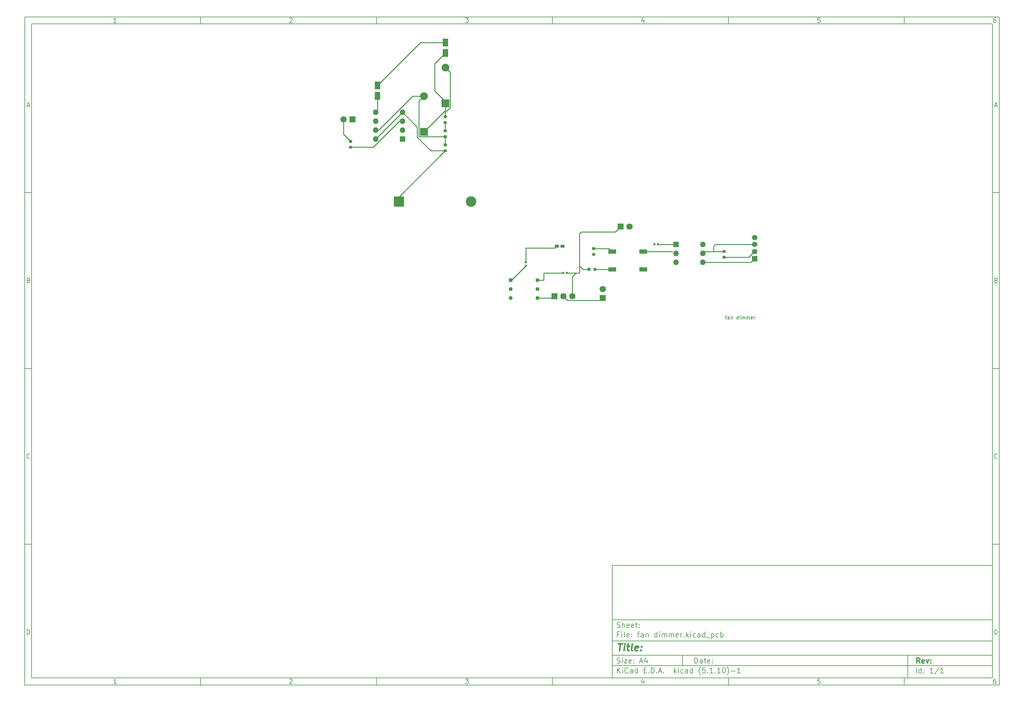
<source format=gtl>
%TF.GenerationSoftware,KiCad,Pcbnew,(5.1.10)-1*%
%TF.CreationDate,2021-11-11T09:46:56+05:30*%
%TF.ProjectId,fan dimmer,66616e20-6469-46d6-9d65-722e6b696361,rev?*%
%TF.SameCoordinates,Original*%
%TF.FileFunction,Copper,L1,Top*%
%TF.FilePolarity,Positive*%
%FSLAX46Y46*%
G04 Gerber Fmt 4.6, Leading zero omitted, Abs format (unit mm)*
G04 Created by KiCad (PCBNEW (5.1.10)-1) date 2021-11-11 09:46:56*
%MOMM*%
%LPD*%
G01*
G04 APERTURE LIST*
%ADD10C,0.100000*%
%ADD11C,0.150000*%
%ADD12C,0.300000*%
%ADD13C,0.400000*%
%TA.AperFunction,NonConductor*%
%ADD14C,0.150000*%
%TD*%
%TA.AperFunction,ComponentPad*%
%ADD15R,3.000000X3.000000*%
%TD*%
%TA.AperFunction,ComponentPad*%
%ADD16C,3.000000*%
%TD*%
%TA.AperFunction,SMDPad,CuDef*%
%ADD17R,1.600000X2.200000*%
%TD*%
%TA.AperFunction,ComponentPad*%
%ADD18O,1.600000X1.600000*%
%TD*%
%TA.AperFunction,ComponentPad*%
%ADD19R,1.600000X1.600000*%
%TD*%
%TA.AperFunction,ComponentPad*%
%ADD20C,1.800000*%
%TD*%
%TA.AperFunction,ComponentPad*%
%ADD21R,1.800000X1.800000*%
%TD*%
%TA.AperFunction,ComponentPad*%
%ADD22O,2.200000X2.200000*%
%TD*%
%TA.AperFunction,ComponentPad*%
%ADD23R,2.200000X2.200000*%
%TD*%
%TA.AperFunction,SMDPad,CuDef*%
%ADD24R,2.235200X1.244600*%
%TD*%
%TA.AperFunction,ComponentPad*%
%ADD25C,1.130000*%
%TD*%
%TA.AperFunction,ComponentPad*%
%ADD26R,1.130000X1.130000*%
%TD*%
%TA.AperFunction,ComponentPad*%
%ADD27C,1.790000*%
%TD*%
%TA.AperFunction,ComponentPad*%
%ADD28R,1.790000X1.790000*%
%TD*%
%TA.AperFunction,ComponentPad*%
%ADD29C,1.524000*%
%TD*%
%TA.AperFunction,ComponentPad*%
%ADD30R,1.524000X1.524000*%
%TD*%
%TA.AperFunction,Conductor*%
%ADD31C,0.250000*%
%TD*%
G04 APERTURE END LIST*
D10*
D11*
X177002200Y-166007200D02*
X177002200Y-198007200D01*
X285002200Y-198007200D01*
X285002200Y-166007200D01*
X177002200Y-166007200D01*
D10*
D11*
X10000000Y-10000000D02*
X10000000Y-200007200D01*
X287002200Y-200007200D01*
X287002200Y-10000000D01*
X10000000Y-10000000D01*
D10*
D11*
X12000000Y-12000000D02*
X12000000Y-198007200D01*
X285002200Y-198007200D01*
X285002200Y-12000000D01*
X12000000Y-12000000D01*
D10*
D11*
X60000000Y-12000000D02*
X60000000Y-10000000D01*
D10*
D11*
X110000000Y-12000000D02*
X110000000Y-10000000D01*
D10*
D11*
X160000000Y-12000000D02*
X160000000Y-10000000D01*
D10*
D11*
X210000000Y-12000000D02*
X210000000Y-10000000D01*
D10*
D11*
X260000000Y-12000000D02*
X260000000Y-10000000D01*
D10*
D11*
X36065476Y-11588095D02*
X35322619Y-11588095D01*
X35694047Y-11588095D02*
X35694047Y-10288095D01*
X35570238Y-10473809D01*
X35446428Y-10597619D01*
X35322619Y-10659523D01*
D10*
D11*
X85322619Y-10411904D02*
X85384523Y-10350000D01*
X85508333Y-10288095D01*
X85817857Y-10288095D01*
X85941666Y-10350000D01*
X86003571Y-10411904D01*
X86065476Y-10535714D01*
X86065476Y-10659523D01*
X86003571Y-10845238D01*
X85260714Y-11588095D01*
X86065476Y-11588095D01*
D10*
D11*
X135260714Y-10288095D02*
X136065476Y-10288095D01*
X135632142Y-10783333D01*
X135817857Y-10783333D01*
X135941666Y-10845238D01*
X136003571Y-10907142D01*
X136065476Y-11030952D01*
X136065476Y-11340476D01*
X136003571Y-11464285D01*
X135941666Y-11526190D01*
X135817857Y-11588095D01*
X135446428Y-11588095D01*
X135322619Y-11526190D01*
X135260714Y-11464285D01*
D10*
D11*
X185941666Y-10721428D02*
X185941666Y-11588095D01*
X185632142Y-10226190D02*
X185322619Y-11154761D01*
X186127380Y-11154761D01*
D10*
D11*
X236003571Y-10288095D02*
X235384523Y-10288095D01*
X235322619Y-10907142D01*
X235384523Y-10845238D01*
X235508333Y-10783333D01*
X235817857Y-10783333D01*
X235941666Y-10845238D01*
X236003571Y-10907142D01*
X236065476Y-11030952D01*
X236065476Y-11340476D01*
X236003571Y-11464285D01*
X235941666Y-11526190D01*
X235817857Y-11588095D01*
X235508333Y-11588095D01*
X235384523Y-11526190D01*
X235322619Y-11464285D01*
D10*
D11*
X285941666Y-10288095D02*
X285694047Y-10288095D01*
X285570238Y-10350000D01*
X285508333Y-10411904D01*
X285384523Y-10597619D01*
X285322619Y-10845238D01*
X285322619Y-11340476D01*
X285384523Y-11464285D01*
X285446428Y-11526190D01*
X285570238Y-11588095D01*
X285817857Y-11588095D01*
X285941666Y-11526190D01*
X286003571Y-11464285D01*
X286065476Y-11340476D01*
X286065476Y-11030952D01*
X286003571Y-10907142D01*
X285941666Y-10845238D01*
X285817857Y-10783333D01*
X285570238Y-10783333D01*
X285446428Y-10845238D01*
X285384523Y-10907142D01*
X285322619Y-11030952D01*
D10*
D11*
X60000000Y-198007200D02*
X60000000Y-200007200D01*
D10*
D11*
X110000000Y-198007200D02*
X110000000Y-200007200D01*
D10*
D11*
X160000000Y-198007200D02*
X160000000Y-200007200D01*
D10*
D11*
X210000000Y-198007200D02*
X210000000Y-200007200D01*
D10*
D11*
X260000000Y-198007200D02*
X260000000Y-200007200D01*
D10*
D11*
X36065476Y-199595295D02*
X35322619Y-199595295D01*
X35694047Y-199595295D02*
X35694047Y-198295295D01*
X35570238Y-198481009D01*
X35446428Y-198604819D01*
X35322619Y-198666723D01*
D10*
D11*
X85322619Y-198419104D02*
X85384523Y-198357200D01*
X85508333Y-198295295D01*
X85817857Y-198295295D01*
X85941666Y-198357200D01*
X86003571Y-198419104D01*
X86065476Y-198542914D01*
X86065476Y-198666723D01*
X86003571Y-198852438D01*
X85260714Y-199595295D01*
X86065476Y-199595295D01*
D10*
D11*
X135260714Y-198295295D02*
X136065476Y-198295295D01*
X135632142Y-198790533D01*
X135817857Y-198790533D01*
X135941666Y-198852438D01*
X136003571Y-198914342D01*
X136065476Y-199038152D01*
X136065476Y-199347676D01*
X136003571Y-199471485D01*
X135941666Y-199533390D01*
X135817857Y-199595295D01*
X135446428Y-199595295D01*
X135322619Y-199533390D01*
X135260714Y-199471485D01*
D10*
D11*
X185941666Y-198728628D02*
X185941666Y-199595295D01*
X185632142Y-198233390D02*
X185322619Y-199161961D01*
X186127380Y-199161961D01*
D10*
D11*
X236003571Y-198295295D02*
X235384523Y-198295295D01*
X235322619Y-198914342D01*
X235384523Y-198852438D01*
X235508333Y-198790533D01*
X235817857Y-198790533D01*
X235941666Y-198852438D01*
X236003571Y-198914342D01*
X236065476Y-199038152D01*
X236065476Y-199347676D01*
X236003571Y-199471485D01*
X235941666Y-199533390D01*
X235817857Y-199595295D01*
X235508333Y-199595295D01*
X235384523Y-199533390D01*
X235322619Y-199471485D01*
D10*
D11*
X285941666Y-198295295D02*
X285694047Y-198295295D01*
X285570238Y-198357200D01*
X285508333Y-198419104D01*
X285384523Y-198604819D01*
X285322619Y-198852438D01*
X285322619Y-199347676D01*
X285384523Y-199471485D01*
X285446428Y-199533390D01*
X285570238Y-199595295D01*
X285817857Y-199595295D01*
X285941666Y-199533390D01*
X286003571Y-199471485D01*
X286065476Y-199347676D01*
X286065476Y-199038152D01*
X286003571Y-198914342D01*
X285941666Y-198852438D01*
X285817857Y-198790533D01*
X285570238Y-198790533D01*
X285446428Y-198852438D01*
X285384523Y-198914342D01*
X285322619Y-199038152D01*
D10*
D11*
X10000000Y-60000000D02*
X12000000Y-60000000D01*
D10*
D11*
X10000000Y-110000000D02*
X12000000Y-110000000D01*
D10*
D11*
X10000000Y-160000000D02*
X12000000Y-160000000D01*
D10*
D11*
X10690476Y-35216666D02*
X11309523Y-35216666D01*
X10566666Y-35588095D02*
X11000000Y-34288095D01*
X11433333Y-35588095D01*
D10*
D11*
X11092857Y-84907142D02*
X11278571Y-84969047D01*
X11340476Y-85030952D01*
X11402380Y-85154761D01*
X11402380Y-85340476D01*
X11340476Y-85464285D01*
X11278571Y-85526190D01*
X11154761Y-85588095D01*
X10659523Y-85588095D01*
X10659523Y-84288095D01*
X11092857Y-84288095D01*
X11216666Y-84350000D01*
X11278571Y-84411904D01*
X11340476Y-84535714D01*
X11340476Y-84659523D01*
X11278571Y-84783333D01*
X11216666Y-84845238D01*
X11092857Y-84907142D01*
X10659523Y-84907142D01*
D10*
D11*
X11402380Y-135464285D02*
X11340476Y-135526190D01*
X11154761Y-135588095D01*
X11030952Y-135588095D01*
X10845238Y-135526190D01*
X10721428Y-135402380D01*
X10659523Y-135278571D01*
X10597619Y-135030952D01*
X10597619Y-134845238D01*
X10659523Y-134597619D01*
X10721428Y-134473809D01*
X10845238Y-134350000D01*
X11030952Y-134288095D01*
X11154761Y-134288095D01*
X11340476Y-134350000D01*
X11402380Y-134411904D01*
D10*
D11*
X10659523Y-185588095D02*
X10659523Y-184288095D01*
X10969047Y-184288095D01*
X11154761Y-184350000D01*
X11278571Y-184473809D01*
X11340476Y-184597619D01*
X11402380Y-184845238D01*
X11402380Y-185030952D01*
X11340476Y-185278571D01*
X11278571Y-185402380D01*
X11154761Y-185526190D01*
X10969047Y-185588095D01*
X10659523Y-185588095D01*
D10*
D11*
X287002200Y-60000000D02*
X285002200Y-60000000D01*
D10*
D11*
X287002200Y-110000000D02*
X285002200Y-110000000D01*
D10*
D11*
X287002200Y-160000000D02*
X285002200Y-160000000D01*
D10*
D11*
X285692676Y-35216666D02*
X286311723Y-35216666D01*
X285568866Y-35588095D02*
X286002200Y-34288095D01*
X286435533Y-35588095D01*
D10*
D11*
X286095057Y-84907142D02*
X286280771Y-84969047D01*
X286342676Y-85030952D01*
X286404580Y-85154761D01*
X286404580Y-85340476D01*
X286342676Y-85464285D01*
X286280771Y-85526190D01*
X286156961Y-85588095D01*
X285661723Y-85588095D01*
X285661723Y-84288095D01*
X286095057Y-84288095D01*
X286218866Y-84350000D01*
X286280771Y-84411904D01*
X286342676Y-84535714D01*
X286342676Y-84659523D01*
X286280771Y-84783333D01*
X286218866Y-84845238D01*
X286095057Y-84907142D01*
X285661723Y-84907142D01*
D10*
D11*
X286404580Y-135464285D02*
X286342676Y-135526190D01*
X286156961Y-135588095D01*
X286033152Y-135588095D01*
X285847438Y-135526190D01*
X285723628Y-135402380D01*
X285661723Y-135278571D01*
X285599819Y-135030952D01*
X285599819Y-134845238D01*
X285661723Y-134597619D01*
X285723628Y-134473809D01*
X285847438Y-134350000D01*
X286033152Y-134288095D01*
X286156961Y-134288095D01*
X286342676Y-134350000D01*
X286404580Y-134411904D01*
D10*
D11*
X285661723Y-185588095D02*
X285661723Y-184288095D01*
X285971247Y-184288095D01*
X286156961Y-184350000D01*
X286280771Y-184473809D01*
X286342676Y-184597619D01*
X286404580Y-184845238D01*
X286404580Y-185030952D01*
X286342676Y-185278571D01*
X286280771Y-185402380D01*
X286156961Y-185526190D01*
X285971247Y-185588095D01*
X285661723Y-185588095D01*
D10*
D11*
X200434342Y-193785771D02*
X200434342Y-192285771D01*
X200791485Y-192285771D01*
X201005771Y-192357200D01*
X201148628Y-192500057D01*
X201220057Y-192642914D01*
X201291485Y-192928628D01*
X201291485Y-193142914D01*
X201220057Y-193428628D01*
X201148628Y-193571485D01*
X201005771Y-193714342D01*
X200791485Y-193785771D01*
X200434342Y-193785771D01*
X202577200Y-193785771D02*
X202577200Y-193000057D01*
X202505771Y-192857200D01*
X202362914Y-192785771D01*
X202077200Y-192785771D01*
X201934342Y-192857200D01*
X202577200Y-193714342D02*
X202434342Y-193785771D01*
X202077200Y-193785771D01*
X201934342Y-193714342D01*
X201862914Y-193571485D01*
X201862914Y-193428628D01*
X201934342Y-193285771D01*
X202077200Y-193214342D01*
X202434342Y-193214342D01*
X202577200Y-193142914D01*
X203077200Y-192785771D02*
X203648628Y-192785771D01*
X203291485Y-192285771D02*
X203291485Y-193571485D01*
X203362914Y-193714342D01*
X203505771Y-193785771D01*
X203648628Y-193785771D01*
X204720057Y-193714342D02*
X204577200Y-193785771D01*
X204291485Y-193785771D01*
X204148628Y-193714342D01*
X204077200Y-193571485D01*
X204077200Y-193000057D01*
X204148628Y-192857200D01*
X204291485Y-192785771D01*
X204577200Y-192785771D01*
X204720057Y-192857200D01*
X204791485Y-193000057D01*
X204791485Y-193142914D01*
X204077200Y-193285771D01*
X205434342Y-193642914D02*
X205505771Y-193714342D01*
X205434342Y-193785771D01*
X205362914Y-193714342D01*
X205434342Y-193642914D01*
X205434342Y-193785771D01*
X205434342Y-192857200D02*
X205505771Y-192928628D01*
X205434342Y-193000057D01*
X205362914Y-192928628D01*
X205434342Y-192857200D01*
X205434342Y-193000057D01*
D10*
D11*
X177002200Y-194507200D02*
X285002200Y-194507200D01*
D10*
D11*
X178434342Y-196585771D02*
X178434342Y-195085771D01*
X179291485Y-196585771D02*
X178648628Y-195728628D01*
X179291485Y-195085771D02*
X178434342Y-195942914D01*
X179934342Y-196585771D02*
X179934342Y-195585771D01*
X179934342Y-195085771D02*
X179862914Y-195157200D01*
X179934342Y-195228628D01*
X180005771Y-195157200D01*
X179934342Y-195085771D01*
X179934342Y-195228628D01*
X181505771Y-196442914D02*
X181434342Y-196514342D01*
X181220057Y-196585771D01*
X181077200Y-196585771D01*
X180862914Y-196514342D01*
X180720057Y-196371485D01*
X180648628Y-196228628D01*
X180577200Y-195942914D01*
X180577200Y-195728628D01*
X180648628Y-195442914D01*
X180720057Y-195300057D01*
X180862914Y-195157200D01*
X181077200Y-195085771D01*
X181220057Y-195085771D01*
X181434342Y-195157200D01*
X181505771Y-195228628D01*
X182791485Y-196585771D02*
X182791485Y-195800057D01*
X182720057Y-195657200D01*
X182577200Y-195585771D01*
X182291485Y-195585771D01*
X182148628Y-195657200D01*
X182791485Y-196514342D02*
X182648628Y-196585771D01*
X182291485Y-196585771D01*
X182148628Y-196514342D01*
X182077200Y-196371485D01*
X182077200Y-196228628D01*
X182148628Y-196085771D01*
X182291485Y-196014342D01*
X182648628Y-196014342D01*
X182791485Y-195942914D01*
X184148628Y-196585771D02*
X184148628Y-195085771D01*
X184148628Y-196514342D02*
X184005771Y-196585771D01*
X183720057Y-196585771D01*
X183577200Y-196514342D01*
X183505771Y-196442914D01*
X183434342Y-196300057D01*
X183434342Y-195871485D01*
X183505771Y-195728628D01*
X183577200Y-195657200D01*
X183720057Y-195585771D01*
X184005771Y-195585771D01*
X184148628Y-195657200D01*
X186005771Y-195800057D02*
X186505771Y-195800057D01*
X186720057Y-196585771D02*
X186005771Y-196585771D01*
X186005771Y-195085771D01*
X186720057Y-195085771D01*
X187362914Y-196442914D02*
X187434342Y-196514342D01*
X187362914Y-196585771D01*
X187291485Y-196514342D01*
X187362914Y-196442914D01*
X187362914Y-196585771D01*
X188077200Y-196585771D02*
X188077200Y-195085771D01*
X188434342Y-195085771D01*
X188648628Y-195157200D01*
X188791485Y-195300057D01*
X188862914Y-195442914D01*
X188934342Y-195728628D01*
X188934342Y-195942914D01*
X188862914Y-196228628D01*
X188791485Y-196371485D01*
X188648628Y-196514342D01*
X188434342Y-196585771D01*
X188077200Y-196585771D01*
X189577200Y-196442914D02*
X189648628Y-196514342D01*
X189577200Y-196585771D01*
X189505771Y-196514342D01*
X189577200Y-196442914D01*
X189577200Y-196585771D01*
X190220057Y-196157200D02*
X190934342Y-196157200D01*
X190077200Y-196585771D02*
X190577200Y-195085771D01*
X191077200Y-196585771D01*
X191577200Y-196442914D02*
X191648628Y-196514342D01*
X191577200Y-196585771D01*
X191505771Y-196514342D01*
X191577200Y-196442914D01*
X191577200Y-196585771D01*
X194577200Y-196585771D02*
X194577200Y-195085771D01*
X194720057Y-196014342D02*
X195148628Y-196585771D01*
X195148628Y-195585771D02*
X194577200Y-196157200D01*
X195791485Y-196585771D02*
X195791485Y-195585771D01*
X195791485Y-195085771D02*
X195720057Y-195157200D01*
X195791485Y-195228628D01*
X195862914Y-195157200D01*
X195791485Y-195085771D01*
X195791485Y-195228628D01*
X197148628Y-196514342D02*
X197005771Y-196585771D01*
X196720057Y-196585771D01*
X196577200Y-196514342D01*
X196505771Y-196442914D01*
X196434342Y-196300057D01*
X196434342Y-195871485D01*
X196505771Y-195728628D01*
X196577200Y-195657200D01*
X196720057Y-195585771D01*
X197005771Y-195585771D01*
X197148628Y-195657200D01*
X198434342Y-196585771D02*
X198434342Y-195800057D01*
X198362914Y-195657200D01*
X198220057Y-195585771D01*
X197934342Y-195585771D01*
X197791485Y-195657200D01*
X198434342Y-196514342D02*
X198291485Y-196585771D01*
X197934342Y-196585771D01*
X197791485Y-196514342D01*
X197720057Y-196371485D01*
X197720057Y-196228628D01*
X197791485Y-196085771D01*
X197934342Y-196014342D01*
X198291485Y-196014342D01*
X198434342Y-195942914D01*
X199791485Y-196585771D02*
X199791485Y-195085771D01*
X199791485Y-196514342D02*
X199648628Y-196585771D01*
X199362914Y-196585771D01*
X199220057Y-196514342D01*
X199148628Y-196442914D01*
X199077200Y-196300057D01*
X199077200Y-195871485D01*
X199148628Y-195728628D01*
X199220057Y-195657200D01*
X199362914Y-195585771D01*
X199648628Y-195585771D01*
X199791485Y-195657200D01*
X202077200Y-197157200D02*
X202005771Y-197085771D01*
X201862914Y-196871485D01*
X201791485Y-196728628D01*
X201720057Y-196514342D01*
X201648628Y-196157200D01*
X201648628Y-195871485D01*
X201720057Y-195514342D01*
X201791485Y-195300057D01*
X201862914Y-195157200D01*
X202005771Y-194942914D01*
X202077200Y-194871485D01*
X203362914Y-195085771D02*
X202648628Y-195085771D01*
X202577200Y-195800057D01*
X202648628Y-195728628D01*
X202791485Y-195657200D01*
X203148628Y-195657200D01*
X203291485Y-195728628D01*
X203362914Y-195800057D01*
X203434342Y-195942914D01*
X203434342Y-196300057D01*
X203362914Y-196442914D01*
X203291485Y-196514342D01*
X203148628Y-196585771D01*
X202791485Y-196585771D01*
X202648628Y-196514342D01*
X202577200Y-196442914D01*
X204077200Y-196442914D02*
X204148628Y-196514342D01*
X204077200Y-196585771D01*
X204005771Y-196514342D01*
X204077200Y-196442914D01*
X204077200Y-196585771D01*
X205577200Y-196585771D02*
X204720057Y-196585771D01*
X205148628Y-196585771D02*
X205148628Y-195085771D01*
X205005771Y-195300057D01*
X204862914Y-195442914D01*
X204720057Y-195514342D01*
X206220057Y-196442914D02*
X206291485Y-196514342D01*
X206220057Y-196585771D01*
X206148628Y-196514342D01*
X206220057Y-196442914D01*
X206220057Y-196585771D01*
X207720057Y-196585771D02*
X206862914Y-196585771D01*
X207291485Y-196585771D02*
X207291485Y-195085771D01*
X207148628Y-195300057D01*
X207005771Y-195442914D01*
X206862914Y-195514342D01*
X208648628Y-195085771D02*
X208791485Y-195085771D01*
X208934342Y-195157200D01*
X209005771Y-195228628D01*
X209077200Y-195371485D01*
X209148628Y-195657200D01*
X209148628Y-196014342D01*
X209077200Y-196300057D01*
X209005771Y-196442914D01*
X208934342Y-196514342D01*
X208791485Y-196585771D01*
X208648628Y-196585771D01*
X208505771Y-196514342D01*
X208434342Y-196442914D01*
X208362914Y-196300057D01*
X208291485Y-196014342D01*
X208291485Y-195657200D01*
X208362914Y-195371485D01*
X208434342Y-195228628D01*
X208505771Y-195157200D01*
X208648628Y-195085771D01*
X209648628Y-197157200D02*
X209720057Y-197085771D01*
X209862914Y-196871485D01*
X209934342Y-196728628D01*
X210005771Y-196514342D01*
X210077200Y-196157200D01*
X210077200Y-195871485D01*
X210005771Y-195514342D01*
X209934342Y-195300057D01*
X209862914Y-195157200D01*
X209720057Y-194942914D01*
X209648628Y-194871485D01*
X210791485Y-196014342D02*
X211934342Y-196014342D01*
X213434342Y-196585771D02*
X212577200Y-196585771D01*
X213005771Y-196585771D02*
X213005771Y-195085771D01*
X212862914Y-195300057D01*
X212720057Y-195442914D01*
X212577200Y-195514342D01*
D10*
D11*
X177002200Y-191507200D02*
X285002200Y-191507200D01*
D10*
D12*
X264411485Y-193785771D02*
X263911485Y-193071485D01*
X263554342Y-193785771D02*
X263554342Y-192285771D01*
X264125771Y-192285771D01*
X264268628Y-192357200D01*
X264340057Y-192428628D01*
X264411485Y-192571485D01*
X264411485Y-192785771D01*
X264340057Y-192928628D01*
X264268628Y-193000057D01*
X264125771Y-193071485D01*
X263554342Y-193071485D01*
X265625771Y-193714342D02*
X265482914Y-193785771D01*
X265197200Y-193785771D01*
X265054342Y-193714342D01*
X264982914Y-193571485D01*
X264982914Y-193000057D01*
X265054342Y-192857200D01*
X265197200Y-192785771D01*
X265482914Y-192785771D01*
X265625771Y-192857200D01*
X265697200Y-193000057D01*
X265697200Y-193142914D01*
X264982914Y-193285771D01*
X266197200Y-192785771D02*
X266554342Y-193785771D01*
X266911485Y-192785771D01*
X267482914Y-193642914D02*
X267554342Y-193714342D01*
X267482914Y-193785771D01*
X267411485Y-193714342D01*
X267482914Y-193642914D01*
X267482914Y-193785771D01*
X267482914Y-192857200D02*
X267554342Y-192928628D01*
X267482914Y-193000057D01*
X267411485Y-192928628D01*
X267482914Y-192857200D01*
X267482914Y-193000057D01*
D10*
D11*
X178362914Y-193714342D02*
X178577200Y-193785771D01*
X178934342Y-193785771D01*
X179077200Y-193714342D01*
X179148628Y-193642914D01*
X179220057Y-193500057D01*
X179220057Y-193357200D01*
X179148628Y-193214342D01*
X179077200Y-193142914D01*
X178934342Y-193071485D01*
X178648628Y-193000057D01*
X178505771Y-192928628D01*
X178434342Y-192857200D01*
X178362914Y-192714342D01*
X178362914Y-192571485D01*
X178434342Y-192428628D01*
X178505771Y-192357200D01*
X178648628Y-192285771D01*
X179005771Y-192285771D01*
X179220057Y-192357200D01*
X179862914Y-193785771D02*
X179862914Y-192785771D01*
X179862914Y-192285771D02*
X179791485Y-192357200D01*
X179862914Y-192428628D01*
X179934342Y-192357200D01*
X179862914Y-192285771D01*
X179862914Y-192428628D01*
X180434342Y-192785771D02*
X181220057Y-192785771D01*
X180434342Y-193785771D01*
X181220057Y-193785771D01*
X182362914Y-193714342D02*
X182220057Y-193785771D01*
X181934342Y-193785771D01*
X181791485Y-193714342D01*
X181720057Y-193571485D01*
X181720057Y-193000057D01*
X181791485Y-192857200D01*
X181934342Y-192785771D01*
X182220057Y-192785771D01*
X182362914Y-192857200D01*
X182434342Y-193000057D01*
X182434342Y-193142914D01*
X181720057Y-193285771D01*
X183077200Y-193642914D02*
X183148628Y-193714342D01*
X183077200Y-193785771D01*
X183005771Y-193714342D01*
X183077200Y-193642914D01*
X183077200Y-193785771D01*
X183077200Y-192857200D02*
X183148628Y-192928628D01*
X183077200Y-193000057D01*
X183005771Y-192928628D01*
X183077200Y-192857200D01*
X183077200Y-193000057D01*
X184862914Y-193357200D02*
X185577200Y-193357200D01*
X184720057Y-193785771D02*
X185220057Y-192285771D01*
X185720057Y-193785771D01*
X186862914Y-192785771D02*
X186862914Y-193785771D01*
X186505771Y-192214342D02*
X186148628Y-193285771D01*
X187077200Y-193285771D01*
D10*
D11*
X263434342Y-196585771D02*
X263434342Y-195085771D01*
X264791485Y-196585771D02*
X264791485Y-195085771D01*
X264791485Y-196514342D02*
X264648628Y-196585771D01*
X264362914Y-196585771D01*
X264220057Y-196514342D01*
X264148628Y-196442914D01*
X264077200Y-196300057D01*
X264077200Y-195871485D01*
X264148628Y-195728628D01*
X264220057Y-195657200D01*
X264362914Y-195585771D01*
X264648628Y-195585771D01*
X264791485Y-195657200D01*
X265505771Y-196442914D02*
X265577200Y-196514342D01*
X265505771Y-196585771D01*
X265434342Y-196514342D01*
X265505771Y-196442914D01*
X265505771Y-196585771D01*
X265505771Y-195657200D02*
X265577200Y-195728628D01*
X265505771Y-195800057D01*
X265434342Y-195728628D01*
X265505771Y-195657200D01*
X265505771Y-195800057D01*
X268148628Y-196585771D02*
X267291485Y-196585771D01*
X267720057Y-196585771D02*
X267720057Y-195085771D01*
X267577200Y-195300057D01*
X267434342Y-195442914D01*
X267291485Y-195514342D01*
X269862914Y-195014342D02*
X268577200Y-196942914D01*
X271148628Y-196585771D02*
X270291485Y-196585771D01*
X270720057Y-196585771D02*
X270720057Y-195085771D01*
X270577200Y-195300057D01*
X270434342Y-195442914D01*
X270291485Y-195514342D01*
D10*
D11*
X177002200Y-187507200D02*
X285002200Y-187507200D01*
D10*
D13*
X178714580Y-188211961D02*
X179857438Y-188211961D01*
X179036009Y-190211961D02*
X179286009Y-188211961D01*
X180274104Y-190211961D02*
X180440771Y-188878628D01*
X180524104Y-188211961D02*
X180416961Y-188307200D01*
X180500295Y-188402438D01*
X180607438Y-188307200D01*
X180524104Y-188211961D01*
X180500295Y-188402438D01*
X181107438Y-188878628D02*
X181869342Y-188878628D01*
X181476485Y-188211961D02*
X181262200Y-189926247D01*
X181333628Y-190116723D01*
X181512200Y-190211961D01*
X181702676Y-190211961D01*
X182655057Y-190211961D02*
X182476485Y-190116723D01*
X182405057Y-189926247D01*
X182619342Y-188211961D01*
X184190771Y-190116723D02*
X183988390Y-190211961D01*
X183607438Y-190211961D01*
X183428866Y-190116723D01*
X183357438Y-189926247D01*
X183452676Y-189164342D01*
X183571723Y-188973866D01*
X183774104Y-188878628D01*
X184155057Y-188878628D01*
X184333628Y-188973866D01*
X184405057Y-189164342D01*
X184381247Y-189354819D01*
X183405057Y-189545295D01*
X185155057Y-190021485D02*
X185238390Y-190116723D01*
X185131247Y-190211961D01*
X185047914Y-190116723D01*
X185155057Y-190021485D01*
X185131247Y-190211961D01*
X185286009Y-188973866D02*
X185369342Y-189069104D01*
X185262200Y-189164342D01*
X185178866Y-189069104D01*
X185286009Y-188973866D01*
X185262200Y-189164342D01*
D10*
D11*
X178934342Y-185600057D02*
X178434342Y-185600057D01*
X178434342Y-186385771D02*
X178434342Y-184885771D01*
X179148628Y-184885771D01*
X179720057Y-186385771D02*
X179720057Y-185385771D01*
X179720057Y-184885771D02*
X179648628Y-184957200D01*
X179720057Y-185028628D01*
X179791485Y-184957200D01*
X179720057Y-184885771D01*
X179720057Y-185028628D01*
X180648628Y-186385771D02*
X180505771Y-186314342D01*
X180434342Y-186171485D01*
X180434342Y-184885771D01*
X181791485Y-186314342D02*
X181648628Y-186385771D01*
X181362914Y-186385771D01*
X181220057Y-186314342D01*
X181148628Y-186171485D01*
X181148628Y-185600057D01*
X181220057Y-185457200D01*
X181362914Y-185385771D01*
X181648628Y-185385771D01*
X181791485Y-185457200D01*
X181862914Y-185600057D01*
X181862914Y-185742914D01*
X181148628Y-185885771D01*
X182505771Y-186242914D02*
X182577200Y-186314342D01*
X182505771Y-186385771D01*
X182434342Y-186314342D01*
X182505771Y-186242914D01*
X182505771Y-186385771D01*
X182505771Y-185457200D02*
X182577200Y-185528628D01*
X182505771Y-185600057D01*
X182434342Y-185528628D01*
X182505771Y-185457200D01*
X182505771Y-185600057D01*
X184148628Y-185385771D02*
X184720057Y-185385771D01*
X184362914Y-186385771D02*
X184362914Y-185100057D01*
X184434342Y-184957200D01*
X184577200Y-184885771D01*
X184720057Y-184885771D01*
X185862914Y-186385771D02*
X185862914Y-185600057D01*
X185791485Y-185457200D01*
X185648628Y-185385771D01*
X185362914Y-185385771D01*
X185220057Y-185457200D01*
X185862914Y-186314342D02*
X185720057Y-186385771D01*
X185362914Y-186385771D01*
X185220057Y-186314342D01*
X185148628Y-186171485D01*
X185148628Y-186028628D01*
X185220057Y-185885771D01*
X185362914Y-185814342D01*
X185720057Y-185814342D01*
X185862914Y-185742914D01*
X186577200Y-185385771D02*
X186577200Y-186385771D01*
X186577200Y-185528628D02*
X186648628Y-185457200D01*
X186791485Y-185385771D01*
X187005771Y-185385771D01*
X187148628Y-185457200D01*
X187220057Y-185600057D01*
X187220057Y-186385771D01*
X189720057Y-186385771D02*
X189720057Y-184885771D01*
X189720057Y-186314342D02*
X189577200Y-186385771D01*
X189291485Y-186385771D01*
X189148628Y-186314342D01*
X189077200Y-186242914D01*
X189005771Y-186100057D01*
X189005771Y-185671485D01*
X189077200Y-185528628D01*
X189148628Y-185457200D01*
X189291485Y-185385771D01*
X189577200Y-185385771D01*
X189720057Y-185457200D01*
X190434342Y-186385771D02*
X190434342Y-185385771D01*
X190434342Y-184885771D02*
X190362914Y-184957200D01*
X190434342Y-185028628D01*
X190505771Y-184957200D01*
X190434342Y-184885771D01*
X190434342Y-185028628D01*
X191148628Y-186385771D02*
X191148628Y-185385771D01*
X191148628Y-185528628D02*
X191220057Y-185457200D01*
X191362914Y-185385771D01*
X191577200Y-185385771D01*
X191720057Y-185457200D01*
X191791485Y-185600057D01*
X191791485Y-186385771D01*
X191791485Y-185600057D02*
X191862914Y-185457200D01*
X192005771Y-185385771D01*
X192220057Y-185385771D01*
X192362914Y-185457200D01*
X192434342Y-185600057D01*
X192434342Y-186385771D01*
X193148628Y-186385771D02*
X193148628Y-185385771D01*
X193148628Y-185528628D02*
X193220057Y-185457200D01*
X193362914Y-185385771D01*
X193577200Y-185385771D01*
X193720057Y-185457200D01*
X193791485Y-185600057D01*
X193791485Y-186385771D01*
X193791485Y-185600057D02*
X193862914Y-185457200D01*
X194005771Y-185385771D01*
X194220057Y-185385771D01*
X194362914Y-185457200D01*
X194434342Y-185600057D01*
X194434342Y-186385771D01*
X195720057Y-186314342D02*
X195577200Y-186385771D01*
X195291485Y-186385771D01*
X195148628Y-186314342D01*
X195077200Y-186171485D01*
X195077200Y-185600057D01*
X195148628Y-185457200D01*
X195291485Y-185385771D01*
X195577200Y-185385771D01*
X195720057Y-185457200D01*
X195791485Y-185600057D01*
X195791485Y-185742914D01*
X195077200Y-185885771D01*
X196434342Y-186385771D02*
X196434342Y-185385771D01*
X196434342Y-185671485D02*
X196505771Y-185528628D01*
X196577200Y-185457200D01*
X196720057Y-185385771D01*
X196862914Y-185385771D01*
X197362914Y-186242914D02*
X197434342Y-186314342D01*
X197362914Y-186385771D01*
X197291485Y-186314342D01*
X197362914Y-186242914D01*
X197362914Y-186385771D01*
X198077200Y-186385771D02*
X198077200Y-184885771D01*
X198220057Y-185814342D02*
X198648628Y-186385771D01*
X198648628Y-185385771D02*
X198077200Y-185957200D01*
X199291485Y-186385771D02*
X199291485Y-185385771D01*
X199291485Y-184885771D02*
X199220057Y-184957200D01*
X199291485Y-185028628D01*
X199362914Y-184957200D01*
X199291485Y-184885771D01*
X199291485Y-185028628D01*
X200648628Y-186314342D02*
X200505771Y-186385771D01*
X200220057Y-186385771D01*
X200077200Y-186314342D01*
X200005771Y-186242914D01*
X199934342Y-186100057D01*
X199934342Y-185671485D01*
X200005771Y-185528628D01*
X200077200Y-185457200D01*
X200220057Y-185385771D01*
X200505771Y-185385771D01*
X200648628Y-185457200D01*
X201934342Y-186385771D02*
X201934342Y-185600057D01*
X201862914Y-185457200D01*
X201720057Y-185385771D01*
X201434342Y-185385771D01*
X201291485Y-185457200D01*
X201934342Y-186314342D02*
X201791485Y-186385771D01*
X201434342Y-186385771D01*
X201291485Y-186314342D01*
X201220057Y-186171485D01*
X201220057Y-186028628D01*
X201291485Y-185885771D01*
X201434342Y-185814342D01*
X201791485Y-185814342D01*
X201934342Y-185742914D01*
X203291485Y-186385771D02*
X203291485Y-184885771D01*
X203291485Y-186314342D02*
X203148628Y-186385771D01*
X202862914Y-186385771D01*
X202720057Y-186314342D01*
X202648628Y-186242914D01*
X202577200Y-186100057D01*
X202577200Y-185671485D01*
X202648628Y-185528628D01*
X202720057Y-185457200D01*
X202862914Y-185385771D01*
X203148628Y-185385771D01*
X203291485Y-185457200D01*
X203648628Y-186528628D02*
X204791485Y-186528628D01*
X205148628Y-185385771D02*
X205148628Y-186885771D01*
X205148628Y-185457200D02*
X205291485Y-185385771D01*
X205577200Y-185385771D01*
X205720057Y-185457200D01*
X205791485Y-185528628D01*
X205862914Y-185671485D01*
X205862914Y-186100057D01*
X205791485Y-186242914D01*
X205720057Y-186314342D01*
X205577200Y-186385771D01*
X205291485Y-186385771D01*
X205148628Y-186314342D01*
X207148628Y-186314342D02*
X207005771Y-186385771D01*
X206720057Y-186385771D01*
X206577200Y-186314342D01*
X206505771Y-186242914D01*
X206434342Y-186100057D01*
X206434342Y-185671485D01*
X206505771Y-185528628D01*
X206577200Y-185457200D01*
X206720057Y-185385771D01*
X207005771Y-185385771D01*
X207148628Y-185457200D01*
X207791485Y-186385771D02*
X207791485Y-184885771D01*
X207791485Y-185457200D02*
X207934342Y-185385771D01*
X208220057Y-185385771D01*
X208362914Y-185457200D01*
X208434342Y-185528628D01*
X208505771Y-185671485D01*
X208505771Y-186100057D01*
X208434342Y-186242914D01*
X208362914Y-186314342D01*
X208220057Y-186385771D01*
X207934342Y-186385771D01*
X207791485Y-186314342D01*
D10*
D11*
X177002200Y-181507200D02*
X285002200Y-181507200D01*
D10*
D11*
X178362914Y-183614342D02*
X178577200Y-183685771D01*
X178934342Y-183685771D01*
X179077200Y-183614342D01*
X179148628Y-183542914D01*
X179220057Y-183400057D01*
X179220057Y-183257200D01*
X179148628Y-183114342D01*
X179077200Y-183042914D01*
X178934342Y-182971485D01*
X178648628Y-182900057D01*
X178505771Y-182828628D01*
X178434342Y-182757200D01*
X178362914Y-182614342D01*
X178362914Y-182471485D01*
X178434342Y-182328628D01*
X178505771Y-182257200D01*
X178648628Y-182185771D01*
X179005771Y-182185771D01*
X179220057Y-182257200D01*
X179862914Y-183685771D02*
X179862914Y-182185771D01*
X180505771Y-183685771D02*
X180505771Y-182900057D01*
X180434342Y-182757200D01*
X180291485Y-182685771D01*
X180077200Y-182685771D01*
X179934342Y-182757200D01*
X179862914Y-182828628D01*
X181791485Y-183614342D02*
X181648628Y-183685771D01*
X181362914Y-183685771D01*
X181220057Y-183614342D01*
X181148628Y-183471485D01*
X181148628Y-182900057D01*
X181220057Y-182757200D01*
X181362914Y-182685771D01*
X181648628Y-182685771D01*
X181791485Y-182757200D01*
X181862914Y-182900057D01*
X181862914Y-183042914D01*
X181148628Y-183185771D01*
X183077200Y-183614342D02*
X182934342Y-183685771D01*
X182648628Y-183685771D01*
X182505771Y-183614342D01*
X182434342Y-183471485D01*
X182434342Y-182900057D01*
X182505771Y-182757200D01*
X182648628Y-182685771D01*
X182934342Y-182685771D01*
X183077200Y-182757200D01*
X183148628Y-182900057D01*
X183148628Y-183042914D01*
X182434342Y-183185771D01*
X183577200Y-182685771D02*
X184148628Y-182685771D01*
X183791485Y-182185771D02*
X183791485Y-183471485D01*
X183862914Y-183614342D01*
X184005771Y-183685771D01*
X184148628Y-183685771D01*
X184648628Y-183542914D02*
X184720057Y-183614342D01*
X184648628Y-183685771D01*
X184577200Y-183614342D01*
X184648628Y-183542914D01*
X184648628Y-183685771D01*
X184648628Y-182757200D02*
X184720057Y-182828628D01*
X184648628Y-182900057D01*
X184577200Y-182828628D01*
X184648628Y-182757200D01*
X184648628Y-182900057D01*
D10*
D11*
X197002200Y-191507200D02*
X197002200Y-194507200D01*
D10*
D11*
X261002200Y-191507200D02*
X261002200Y-198007200D01*
D14*
X209121904Y-95289714D02*
X209502857Y-95289714D01*
X209264761Y-95956380D02*
X209264761Y-95099238D01*
X209312380Y-95004000D01*
X209407619Y-94956380D01*
X209502857Y-94956380D01*
X210264761Y-95956380D02*
X210264761Y-95432571D01*
X210217142Y-95337333D01*
X210121904Y-95289714D01*
X209931428Y-95289714D01*
X209836190Y-95337333D01*
X210264761Y-95908761D02*
X210169523Y-95956380D01*
X209931428Y-95956380D01*
X209836190Y-95908761D01*
X209788571Y-95813523D01*
X209788571Y-95718285D01*
X209836190Y-95623047D01*
X209931428Y-95575428D01*
X210169523Y-95575428D01*
X210264761Y-95527809D01*
X210740952Y-95289714D02*
X210740952Y-95956380D01*
X210740952Y-95384952D02*
X210788571Y-95337333D01*
X210883809Y-95289714D01*
X211026666Y-95289714D01*
X211121904Y-95337333D01*
X211169523Y-95432571D01*
X211169523Y-95956380D01*
X212836190Y-95956380D02*
X212836190Y-94956380D01*
X212836190Y-95908761D02*
X212740952Y-95956380D01*
X212550476Y-95956380D01*
X212455238Y-95908761D01*
X212407619Y-95861142D01*
X212360000Y-95765904D01*
X212360000Y-95480190D01*
X212407619Y-95384952D01*
X212455238Y-95337333D01*
X212550476Y-95289714D01*
X212740952Y-95289714D01*
X212836190Y-95337333D01*
X213312380Y-95956380D02*
X213312380Y-95289714D01*
X213312380Y-94956380D02*
X213264761Y-95004000D01*
X213312380Y-95051619D01*
X213360000Y-95004000D01*
X213312380Y-94956380D01*
X213312380Y-95051619D01*
X213788571Y-95956380D02*
X213788571Y-95289714D01*
X213788571Y-95384952D02*
X213836190Y-95337333D01*
X213931428Y-95289714D01*
X214074285Y-95289714D01*
X214169523Y-95337333D01*
X214217142Y-95432571D01*
X214217142Y-95956380D01*
X214217142Y-95432571D02*
X214264761Y-95337333D01*
X214360000Y-95289714D01*
X214502857Y-95289714D01*
X214598095Y-95337333D01*
X214645714Y-95432571D01*
X214645714Y-95956380D01*
X215121904Y-95956380D02*
X215121904Y-95289714D01*
X215121904Y-95384952D02*
X215169523Y-95337333D01*
X215264761Y-95289714D01*
X215407619Y-95289714D01*
X215502857Y-95337333D01*
X215550476Y-95432571D01*
X215550476Y-95956380D01*
X215550476Y-95432571D02*
X215598095Y-95337333D01*
X215693333Y-95289714D01*
X215836190Y-95289714D01*
X215931428Y-95337333D01*
X215979047Y-95432571D01*
X215979047Y-95956380D01*
X216836190Y-95908761D02*
X216740952Y-95956380D01*
X216550476Y-95956380D01*
X216455238Y-95908761D01*
X216407619Y-95813523D01*
X216407619Y-95432571D01*
X216455238Y-95337333D01*
X216550476Y-95289714D01*
X216740952Y-95289714D01*
X216836190Y-95337333D01*
X216883809Y-95432571D01*
X216883809Y-95527809D01*
X216407619Y-95623047D01*
X217312380Y-95956380D02*
X217312380Y-95289714D01*
X217312380Y-95480190D02*
X217360000Y-95384952D01*
X217407619Y-95337333D01*
X217502857Y-95289714D01*
X217598095Y-95289714D01*
D15*
%TO.P,Battery1,1*%
%TO.N,Net-(Battery1-Pad1)*%
X116332000Y-62484000D03*
D16*
%TO.P,Battery1,2*%
%TO.N,GND*%
X136822000Y-62484000D03*
%TD*%
D17*
%TO.P,C2,2*%
%TO.N,GND*%
X110236000Y-29488000D03*
%TO.P,C2,1*%
%TO.N,Net-(C2-Pad1)*%
X110236000Y-32488000D03*
%TD*%
%TO.P,C1,2*%
%TO.N,GND*%
X129540000Y-17296000D03*
%TO.P,C1,1*%
%TO.N,Net-(C1-Pad1)*%
X129540000Y-20296000D03*
%TD*%
D18*
%TO.P,U4,8*%
%TO.N,Net-(Battery1-Pad1)*%
X109728000Y-44704000D03*
%TO.P,U4,4*%
X117348000Y-37084000D03*
%TO.P,U4,7*%
%TO.N,Net-(D5-Pad2)*%
X109728000Y-42164000D03*
%TO.P,U4,3*%
%TO.N,PWM*%
X117348000Y-39624000D03*
%TO.P,U4,6*%
%TO.N,Net-(C1-Pad1)*%
X109728000Y-39624000D03*
%TO.P,U4,2*%
X117348000Y-42164000D03*
%TO.P,U4,5*%
%TO.N,Net-(C2-Pad1)*%
X109728000Y-37084000D03*
D19*
%TO.P,U4,1*%
%TO.N,GND*%
X117348000Y-44704000D03*
%TD*%
%TO.P,R10,2*%
%TO.N,Net-(D6-Pad2)*%
%TA.AperFunction,SMDPad,CuDef*%
G36*
G01*
X102891000Y-45803000D02*
X102341000Y-45803000D01*
G75*
G02*
X102141000Y-45603000I0J200000D01*
G01*
X102141000Y-45203000D01*
G75*
G02*
X102341000Y-45003000I200000J0D01*
G01*
X102891000Y-45003000D01*
G75*
G02*
X103091000Y-45203000I0J-200000D01*
G01*
X103091000Y-45603000D01*
G75*
G02*
X102891000Y-45803000I-200000J0D01*
G01*
G37*
%TD.AperFunction*%
%TO.P,R10,1*%
%TO.N,PWM*%
%TA.AperFunction,SMDPad,CuDef*%
G36*
G01*
X102891000Y-47453000D02*
X102341000Y-47453000D01*
G75*
G02*
X102141000Y-47253000I0J200000D01*
G01*
X102141000Y-46853000D01*
G75*
G02*
X102341000Y-46653000I200000J0D01*
G01*
X102891000Y-46653000D01*
G75*
G02*
X103091000Y-46853000I0J-200000D01*
G01*
X103091000Y-47253000D01*
G75*
G02*
X102891000Y-47453000I-200000J0D01*
G01*
G37*
%TD.AperFunction*%
%TD*%
%TO.P,R9,2*%
%TO.N,Net-(D4-Pad2)*%
%TA.AperFunction,SMDPad,CuDef*%
G36*
G01*
X129794827Y-38789000D02*
X129244827Y-38789000D01*
G75*
G02*
X129044827Y-38589000I0J200000D01*
G01*
X129044827Y-38189000D01*
G75*
G02*
X129244827Y-37989000I200000J0D01*
G01*
X129794827Y-37989000D01*
G75*
G02*
X129994827Y-38189000I0J-200000D01*
G01*
X129994827Y-38589000D01*
G75*
G02*
X129794827Y-38789000I-200000J0D01*
G01*
G37*
%TD.AperFunction*%
%TO.P,R9,1*%
%TO.N,Net-(R8-Pad2)*%
%TA.AperFunction,SMDPad,CuDef*%
G36*
G01*
X129794827Y-40439000D02*
X129244827Y-40439000D01*
G75*
G02*
X129044827Y-40239000I0J200000D01*
G01*
X129044827Y-39839000D01*
G75*
G02*
X129244827Y-39639000I200000J0D01*
G01*
X129794827Y-39639000D01*
G75*
G02*
X129994827Y-39839000I0J-200000D01*
G01*
X129994827Y-40239000D01*
G75*
G02*
X129794827Y-40439000I-200000J0D01*
G01*
G37*
%TD.AperFunction*%
%TD*%
%TO.P,R8,2*%
%TO.N,Net-(R8-Pad2)*%
%TA.AperFunction,SMDPad,CuDef*%
G36*
G01*
X129794827Y-42799000D02*
X129244827Y-42799000D01*
G75*
G02*
X129044827Y-42599000I0J200000D01*
G01*
X129044827Y-42199000D01*
G75*
G02*
X129244827Y-41999000I200000J0D01*
G01*
X129794827Y-41999000D01*
G75*
G02*
X129994827Y-42199000I0J-200000D01*
G01*
X129994827Y-42599000D01*
G75*
G02*
X129794827Y-42799000I-200000J0D01*
G01*
G37*
%TD.AperFunction*%
%TO.P,R8,1*%
%TO.N,Net-(D5-Pad2)*%
%TA.AperFunction,SMDPad,CuDef*%
G36*
G01*
X129794827Y-44449000D02*
X129244827Y-44449000D01*
G75*
G02*
X129044827Y-44249000I0J200000D01*
G01*
X129044827Y-43849000D01*
G75*
G02*
X129244827Y-43649000I200000J0D01*
G01*
X129794827Y-43649000D01*
G75*
G02*
X129994827Y-43849000I0J-200000D01*
G01*
X129994827Y-44249000D01*
G75*
G02*
X129794827Y-44449000I-200000J0D01*
G01*
G37*
%TD.AperFunction*%
%TD*%
%TO.P,R7,2*%
%TO.N,Net-(D5-Pad2)*%
%TA.AperFunction,SMDPad,CuDef*%
G36*
G01*
X129794827Y-46809000D02*
X129244827Y-46809000D01*
G75*
G02*
X129044827Y-46609000I0J200000D01*
G01*
X129044827Y-46209000D01*
G75*
G02*
X129244827Y-46009000I200000J0D01*
G01*
X129794827Y-46009000D01*
G75*
G02*
X129994827Y-46209000I0J-200000D01*
G01*
X129994827Y-46609000D01*
G75*
G02*
X129794827Y-46809000I-200000J0D01*
G01*
G37*
%TD.AperFunction*%
%TO.P,R7,1*%
%TO.N,Net-(Battery1-Pad1)*%
%TA.AperFunction,SMDPad,CuDef*%
G36*
G01*
X129794827Y-48459000D02*
X129244827Y-48459000D01*
G75*
G02*
X129044827Y-48259000I0J200000D01*
G01*
X129044827Y-47859000D01*
G75*
G02*
X129244827Y-47659000I200000J0D01*
G01*
X129794827Y-47659000D01*
G75*
G02*
X129994827Y-47859000I0J-200000D01*
G01*
X129994827Y-48259000D01*
G75*
G02*
X129794827Y-48459000I-200000J0D01*
G01*
G37*
%TD.AperFunction*%
%TD*%
D20*
%TO.P,J1,2*%
%TO.N,Net-(D2-Pad2)*%
X181864000Y-69596000D03*
D21*
%TO.P,J1,1*%
%TO.N,Net-(D3-Pad3)*%
X179324000Y-69596000D03*
%TD*%
D20*
%TO.P,D6,2*%
%TO.N,Net-(D6-Pad2)*%
X100584000Y-39116000D03*
D21*
%TO.P,D6,1*%
%TO.N,GND*%
X103124000Y-39116000D03*
%TD*%
D22*
%TO.P,D5,2*%
%TO.N,Net-(D5-Pad2)*%
X123444000Y-32512000D03*
D23*
%TO.P,D5,1*%
%TO.N,Net-(C1-Pad1)*%
X123444000Y-42672000D03*
%TD*%
D22*
%TO.P,D4,2*%
%TO.N,Net-(D4-Pad2)*%
X129540000Y-24384000D03*
D23*
%TO.P,D4,1*%
%TO.N,Net-(C1-Pad1)*%
X129540000Y-34544000D03*
%TD*%
D24*
%TO.P,U2,4*%
%TO.N,Net-(R3-Pad1)*%
X176961800Y-81788000D03*
%TO.P,U2,3*%
%TO.N,Net-(R4-Pad1)*%
X176961800Y-76708000D03*
%TO.P,U2,2*%
%TO.N,Net-(R5-Pad2)*%
X185750200Y-76708000D03*
%TO.P,U2,1*%
%TO.N,GND*%
X185750200Y-81788000D03*
%TD*%
D25*
%TO.P,U1,6*%
%TO.N,Net-(R2-Pad2)*%
X155702000Y-84836000D03*
%TO.P,U1,5*%
%TO.N,N/C*%
X155702000Y-87376000D03*
%TO.P,U1,4*%
%TO.N,Net-(D3-Pad1)*%
X155702000Y-89916000D03*
%TO.P,U1,3*%
%TO.N,N/C*%
X148082000Y-89916000D03*
%TO.P,U1,2*%
%TO.N,GND*%
X148082000Y-87376000D03*
D26*
%TO.P,U1,1*%
%TO.N,Net-(R1-Pad2)*%
X148082000Y-84836000D03*
%TD*%
D27*
%TO.P,D3,3*%
%TO.N,Net-(D3-Pad3)*%
X165608000Y-89408000D03*
%TO.P,D3,2*%
%TO.N,Net-(D2-Pad1)*%
X163068000Y-89408000D03*
D28*
%TO.P,D3,1*%
%TO.N,Net-(D3-Pad1)*%
X160528000Y-89408000D03*
%TD*%
D29*
%TO.P,J2,4*%
%TO.N,PWM*%
X217424000Y-72740000D03*
%TO.P,J2,3*%
%TO.N,Net-(J2-Pad3)*%
X217424000Y-74740000D03*
%TO.P,J2,2*%
%TO.N,Net-(J2-Pad2)*%
X217424000Y-76740000D03*
D30*
%TO.P,J2,1*%
%TO.N,GND*%
X217424000Y-78740000D03*
%TD*%
D18*
%TO.P,U3,6*%
%TO.N,Net-(U3-Pad6)*%
X202692000Y-74676000D03*
%TO.P,U3,3*%
%TO.N,Net-(U3-Pad3)*%
X195072000Y-79756000D03*
%TO.P,U3,5*%
%TO.N,Net-(J2-Pad3)*%
X202692000Y-77216000D03*
%TO.P,U3,2*%
%TO.N,GND*%
X195072000Y-77216000D03*
%TO.P,U3,4*%
X202692000Y-79756000D03*
D19*
%TO.P,U3,1*%
%TO.N,Net-(R5-Pad1)*%
X195072000Y-74676000D03*
%TD*%
%TO.P,R6,2*%
%TO.N,Net-(J2-Pad3)*%
%TA.AperFunction,SMDPad,CuDef*%
G36*
G01*
X209063000Y-77108000D02*
X208513000Y-77108000D01*
G75*
G02*
X208313000Y-76908000I0J200000D01*
G01*
X208313000Y-76508000D01*
G75*
G02*
X208513000Y-76308000I200000J0D01*
G01*
X209063000Y-76308000D01*
G75*
G02*
X209263000Y-76508000I0J-200000D01*
G01*
X209263000Y-76908000D01*
G75*
G02*
X209063000Y-77108000I-200000J0D01*
G01*
G37*
%TD.AperFunction*%
%TO.P,R6,1*%
%TO.N,Net-(J2-Pad2)*%
%TA.AperFunction,SMDPad,CuDef*%
G36*
G01*
X209063000Y-78758000D02*
X208513000Y-78758000D01*
G75*
G02*
X208313000Y-78558000I0J200000D01*
G01*
X208313000Y-78158000D01*
G75*
G02*
X208513000Y-77958000I200000J0D01*
G01*
X209063000Y-77958000D01*
G75*
G02*
X209263000Y-78158000I0J-200000D01*
G01*
X209263000Y-78558000D01*
G75*
G02*
X209063000Y-78758000I-200000J0D01*
G01*
G37*
%TD.AperFunction*%
%TD*%
%TO.P,R5,2*%
%TO.N,Net-(R5-Pad2)*%
%TA.AperFunction,SMDPad,CuDef*%
G36*
G01*
X189242000Y-74491000D02*
X189242000Y-74861000D01*
G75*
G02*
X189107000Y-74996000I-135000J0D01*
G01*
X188837000Y-74996000D01*
G75*
G02*
X188702000Y-74861000I0J135000D01*
G01*
X188702000Y-74491000D01*
G75*
G02*
X188837000Y-74356000I135000J0D01*
G01*
X189107000Y-74356000D01*
G75*
G02*
X189242000Y-74491000I0J-135000D01*
G01*
G37*
%TD.AperFunction*%
%TO.P,R5,1*%
%TO.N,Net-(R5-Pad1)*%
%TA.AperFunction,SMDPad,CuDef*%
G36*
G01*
X190262000Y-74491000D02*
X190262000Y-74861000D01*
G75*
G02*
X190127000Y-74996000I-135000J0D01*
G01*
X189857000Y-74996000D01*
G75*
G02*
X189722000Y-74861000I0J135000D01*
G01*
X189722000Y-74491000D01*
G75*
G02*
X189857000Y-74356000I135000J0D01*
G01*
X190127000Y-74356000D01*
G75*
G02*
X190262000Y-74491000I0J-135000D01*
G01*
G37*
%TD.AperFunction*%
%TD*%
%TO.P,R4,2*%
%TO.N,Net-(D2-Pad2)*%
%TA.AperFunction,SMDPad,CuDef*%
G36*
G01*
X171429000Y-77133000D02*
X171979000Y-77133000D01*
G75*
G02*
X172179000Y-77333000I0J-200000D01*
G01*
X172179000Y-77733000D01*
G75*
G02*
X171979000Y-77933000I-200000J0D01*
G01*
X171429000Y-77933000D01*
G75*
G02*
X171229000Y-77733000I0J200000D01*
G01*
X171229000Y-77333000D01*
G75*
G02*
X171429000Y-77133000I200000J0D01*
G01*
G37*
%TD.AperFunction*%
%TO.P,R4,1*%
%TO.N,Net-(R4-Pad1)*%
%TA.AperFunction,SMDPad,CuDef*%
G36*
G01*
X171429000Y-75483000D02*
X171979000Y-75483000D01*
G75*
G02*
X172179000Y-75683000I0J-200000D01*
G01*
X172179000Y-76083000D01*
G75*
G02*
X171979000Y-76283000I-200000J0D01*
G01*
X171429000Y-76283000D01*
G75*
G02*
X171229000Y-76083000I0J200000D01*
G01*
X171229000Y-75683000D01*
G75*
G02*
X171429000Y-75483000I200000J0D01*
G01*
G37*
%TD.AperFunction*%
%TD*%
%TO.P,R3,2*%
%TO.N,Net-(D3-Pad3)*%
%TA.AperFunction,SMDPad,CuDef*%
G36*
G01*
X170771000Y-81513000D02*
X170771000Y-82063000D01*
G75*
G02*
X170571000Y-82263000I-200000J0D01*
G01*
X170171000Y-82263000D01*
G75*
G02*
X169971000Y-82063000I0J200000D01*
G01*
X169971000Y-81513000D01*
G75*
G02*
X170171000Y-81313000I200000J0D01*
G01*
X170571000Y-81313000D01*
G75*
G02*
X170771000Y-81513000I0J-200000D01*
G01*
G37*
%TD.AperFunction*%
%TO.P,R3,1*%
%TO.N,Net-(R3-Pad1)*%
%TA.AperFunction,SMDPad,CuDef*%
G36*
G01*
X172421000Y-81513000D02*
X172421000Y-82063000D01*
G75*
G02*
X172221000Y-82263000I-200000J0D01*
G01*
X171821000Y-82263000D01*
G75*
G02*
X171621000Y-82063000I0J200000D01*
G01*
X171621000Y-81513000D01*
G75*
G02*
X171821000Y-81313000I200000J0D01*
G01*
X172221000Y-81313000D01*
G75*
G02*
X172421000Y-81513000I0J-200000D01*
G01*
G37*
%TD.AperFunction*%
%TD*%
%TO.P,R2,2*%
%TO.N,Net-(R2-Pad2)*%
%TA.AperFunction,SMDPad,CuDef*%
G36*
G01*
X163338000Y-82619000D02*
X163338000Y-82989000D01*
G75*
G02*
X163203000Y-83124000I-135000J0D01*
G01*
X162933000Y-83124000D01*
G75*
G02*
X162798000Y-82989000I0J135000D01*
G01*
X162798000Y-82619000D01*
G75*
G02*
X162933000Y-82484000I135000J0D01*
G01*
X163203000Y-82484000D01*
G75*
G02*
X163338000Y-82619000I0J-135000D01*
G01*
G37*
%TD.AperFunction*%
%TO.P,R2,1*%
%TO.N,Net-(D3-Pad3)*%
%TA.AperFunction,SMDPad,CuDef*%
G36*
G01*
X164358000Y-82619000D02*
X164358000Y-82989000D01*
G75*
G02*
X164223000Y-83124000I-135000J0D01*
G01*
X163953000Y-83124000D01*
G75*
G02*
X163818000Y-82989000I0J135000D01*
G01*
X163818000Y-82619000D01*
G75*
G02*
X163953000Y-82484000I135000J0D01*
G01*
X164223000Y-82484000D01*
G75*
G02*
X164358000Y-82619000I0J-135000D01*
G01*
G37*
%TD.AperFunction*%
%TD*%
%TO.P,R1,2*%
%TO.N,Net-(R1-Pad2)*%
%TA.AperFunction,SMDPad,CuDef*%
G36*
G01*
X152215000Y-80504000D02*
X152585000Y-80504000D01*
G75*
G02*
X152720000Y-80639000I0J-135000D01*
G01*
X152720000Y-80909000D01*
G75*
G02*
X152585000Y-81044000I-135000J0D01*
G01*
X152215000Y-81044000D01*
G75*
G02*
X152080000Y-80909000I0J135000D01*
G01*
X152080000Y-80639000D01*
G75*
G02*
X152215000Y-80504000I135000J0D01*
G01*
G37*
%TD.AperFunction*%
%TO.P,R1,1*%
%TO.N,Net-(D1-Pad1)*%
%TA.AperFunction,SMDPad,CuDef*%
G36*
G01*
X152215000Y-79484000D02*
X152585000Y-79484000D01*
G75*
G02*
X152720000Y-79619000I0J-135000D01*
G01*
X152720000Y-79889000D01*
G75*
G02*
X152585000Y-80024000I-135000J0D01*
G01*
X152215000Y-80024000D01*
G75*
G02*
X152080000Y-79889000I0J135000D01*
G01*
X152080000Y-79619000D01*
G75*
G02*
X152215000Y-79484000I135000J0D01*
G01*
G37*
%TD.AperFunction*%
%TD*%
D20*
%TO.P,D2,2*%
%TO.N,Net-(D2-Pad2)*%
X174244000Y-87376000D03*
D21*
%TO.P,D2,1*%
%TO.N,Net-(D2-Pad1)*%
X174244000Y-89916000D03*
%TD*%
%TO.P,D1,2*%
%TO.N,PWM*%
%TA.AperFunction,SMDPad,CuDef*%
G36*
G01*
X162252000Y-75396500D02*
X162252000Y-74971500D01*
G75*
G02*
X162464500Y-74759000I212500J0D01*
G01*
X163264500Y-74759000D01*
G75*
G02*
X163477000Y-74971500I0J-212500D01*
G01*
X163477000Y-75396500D01*
G75*
G02*
X163264500Y-75609000I-212500J0D01*
G01*
X162464500Y-75609000D01*
G75*
G02*
X162252000Y-75396500I0J212500D01*
G01*
G37*
%TD.AperFunction*%
%TO.P,D1,1*%
%TO.N,Net-(D1-Pad1)*%
%TA.AperFunction,SMDPad,CuDef*%
G36*
G01*
X160627000Y-75396500D02*
X160627000Y-74971500D01*
G75*
G02*
X160839500Y-74759000I212500J0D01*
G01*
X161639500Y-74759000D01*
G75*
G02*
X161852000Y-74971500I0J-212500D01*
G01*
X161852000Y-75396500D01*
G75*
G02*
X161639500Y-75609000I-212500J0D01*
G01*
X160839500Y-75609000D01*
G75*
G02*
X160627000Y-75396500I0J212500D01*
G01*
G37*
%TD.AperFunction*%
%TD*%
D31*
%TO.N,PWM*%
X116473002Y-39624000D02*
X117348000Y-39624000D01*
X109044002Y-47053000D02*
X116473002Y-39624000D01*
X102616000Y-47053000D02*
X109044002Y-47053000D01*
%TO.N,Net-(D1-Pad1)*%
X152400000Y-79754000D02*
X152400000Y-75692000D01*
X160731500Y-75692000D02*
X161239500Y-75184000D01*
X152400000Y-75692000D02*
X160731500Y-75692000D01*
%TO.N,Net-(D2-Pad1)*%
X173531999Y-90628001D02*
X174244000Y-89916000D01*
X164288001Y-90628001D02*
X173531999Y-90628001D01*
X163068000Y-89408000D02*
X164288001Y-90628001D01*
%TO.N,Net-(D3-Pad3)*%
X165608000Y-89408000D02*
X165608000Y-83820000D01*
X165608000Y-83820000D02*
X166624000Y-82804000D01*
X166624000Y-82804000D02*
X167640000Y-82804000D01*
X164088000Y-82804000D02*
X166624000Y-82804000D01*
X168656000Y-81788000D02*
X167640000Y-80772000D01*
X170371000Y-81788000D02*
X168656000Y-81788000D01*
X167640000Y-82804000D02*
X167640000Y-80772000D01*
X177800000Y-71120000D02*
X179324000Y-69596000D01*
X168148000Y-71120000D02*
X177800000Y-71120000D01*
X167640000Y-71628000D02*
X168148000Y-71120000D01*
X167640000Y-80772000D02*
X167640000Y-71628000D01*
%TO.N,Net-(D3-Pad1)*%
X160020000Y-89916000D02*
X160528000Y-89408000D01*
X155702000Y-89916000D02*
X160020000Y-89916000D01*
%TO.N,Net-(J2-Pad3)*%
X203200000Y-76708000D02*
X202692000Y-77216000D01*
X217424000Y-74740000D02*
X206312000Y-74740000D01*
X205740000Y-75312000D02*
X205740000Y-76708000D01*
X206312000Y-74740000D02*
X205740000Y-75312000D01*
X205740000Y-76708000D02*
X203200000Y-76708000D01*
X208788000Y-76708000D02*
X205740000Y-76708000D01*
%TO.N,Net-(J2-Pad2)*%
X208788000Y-78358000D02*
X215774000Y-78358000D01*
X217392000Y-76740000D02*
X217424000Y-76740000D01*
X215774000Y-78358000D02*
X217392000Y-76740000D01*
%TO.N,GND*%
X216408000Y-79756000D02*
X217424000Y-78740000D01*
X202692000Y-79756000D02*
X216408000Y-79756000D01*
X122428000Y-17296000D02*
X110236000Y-29488000D01*
X129540000Y-17296000D02*
X122428000Y-17296000D01*
%TO.N,Net-(R1-Pad2)*%
X148338000Y-84836000D02*
X152400000Y-80774000D01*
X148082000Y-84836000D02*
X148338000Y-84836000D01*
%TO.N,Net-(R2-Pad2)*%
X155702000Y-84836000D02*
X157480000Y-84836000D01*
X157480000Y-84836000D02*
X157480000Y-82804000D01*
X157480000Y-82804000D02*
X163068000Y-82804000D01*
%TO.N,Net-(R3-Pad1)*%
X172021000Y-81788000D02*
X176961800Y-81788000D01*
%TO.N,Net-(R4-Pad1)*%
X176136800Y-75883000D02*
X176961800Y-76708000D01*
X171704000Y-75883000D02*
X176136800Y-75883000D01*
%TO.N,Net-(R5-Pad2)*%
X194052000Y-76708000D02*
X185750200Y-76708000D01*
%TO.N,Net-(R5-Pad1)*%
X189992000Y-74676000D02*
X195072000Y-74676000D01*
%TO.N,Net-(Battery1-Pad1)*%
X116332000Y-61246827D02*
X129519827Y-48059000D01*
X116332000Y-62484000D02*
X116332000Y-61246827D01*
X117348000Y-37084000D02*
X109728000Y-44704000D01*
X121568989Y-44218401D02*
X125409588Y-48059000D01*
X121568990Y-41304990D02*
X121568989Y-44218401D01*
X125409588Y-48059000D02*
X129519827Y-48059000D01*
X117348000Y-37084000D02*
X121568990Y-41304990D01*
%TO.N,Net-(C1-Pad1)*%
X129540000Y-36576000D02*
X123444000Y-42672000D01*
X129540000Y-34544000D02*
X129540000Y-36576000D01*
X129540000Y-34544000D02*
X129540000Y-34036000D01*
X129540000Y-34036000D02*
X126492000Y-30988000D01*
X126492000Y-23344000D02*
X129540000Y-20296000D01*
X126492000Y-30988000D02*
X126492000Y-23344000D01*
%TO.N,Net-(C2-Pad1)*%
X110236000Y-36576000D02*
X109728000Y-37084000D01*
X110236000Y-32488000D02*
X110236000Y-36576000D01*
%TO.N,Net-(D4-Pad2)*%
X130965001Y-25809001D02*
X129540000Y-24384000D01*
X130965001Y-35787409D02*
X130965001Y-25809001D01*
X129519827Y-37232583D02*
X130965001Y-35787409D01*
X129519827Y-38389000D02*
X129519827Y-37232583D01*
%TO.N,Net-(D5-Pad2)*%
X110602998Y-42164000D02*
X109728000Y-42164000D01*
X120254998Y-32512000D02*
X110602998Y-42164000D01*
X123444000Y-32512000D02*
X120254998Y-32512000D01*
X129471826Y-44097001D02*
X129519827Y-44049000D01*
X122083999Y-44097001D02*
X129471826Y-44097001D01*
X122018999Y-44032001D02*
X122083999Y-44097001D01*
X122018999Y-33937001D02*
X122018999Y-44032001D01*
X123444000Y-32512000D02*
X122018999Y-33937001D01*
X129519827Y-44049000D02*
X129519827Y-46409000D01*
%TO.N,Net-(D6-Pad2)*%
X100584000Y-43371000D02*
X102616000Y-45403000D01*
X100584000Y-39116000D02*
X100584000Y-43371000D01*
%TO.N,Net-(R8-Pad2)*%
X129519827Y-42399000D02*
X129519827Y-40039000D01*
%TD*%
M02*

</source>
